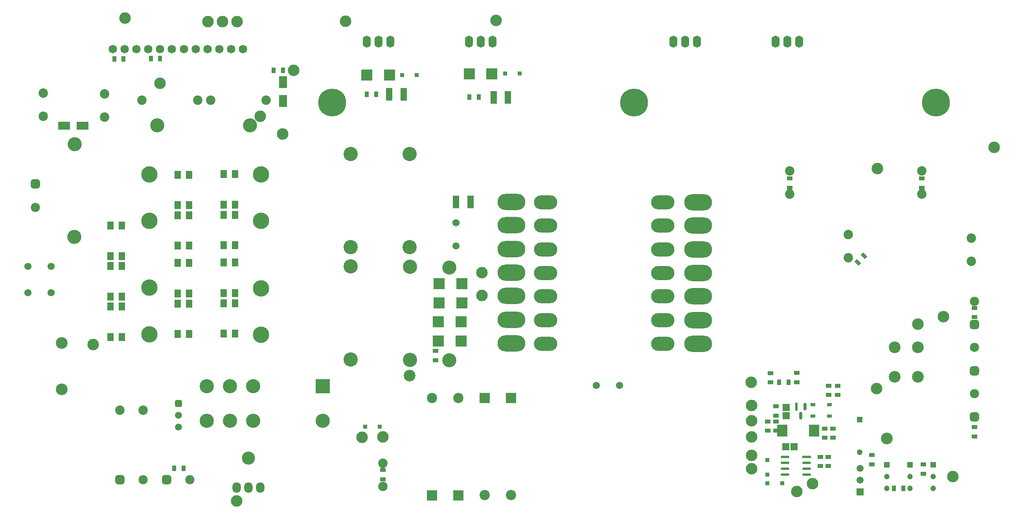
<source format=gbr>
%TF.GenerationSoftware,Altium Limited,Altium Designer,24.3.1 (35)*%
G04 Layer_Color=16711935*
%FSLAX43Y43*%
%MOMM*%
%TF.SameCoordinates,76E1361F-AA3B-45A8-A24B-41510BF92E79*%
%TF.FilePolarity,Negative*%
%TF.FileFunction,Soldermask,Bot*%
%TF.Part,Single*%
G01*
G75*
%TA.AperFunction,ComponentPad*%
%ADD28C,3.048*%
%ADD31R,3.048X3.048*%
%ADD37C,2.200*%
%ADD38R,2.200X2.200*%
%ADD51R,1.200X1.200*%
%ADD52C,1.200*%
%ADD53C,1.250*%
%ADD54R,1.250X1.250*%
%TA.AperFunction,SMDPad,CuDef*%
%ADD61R,1.405X2.806*%
%ADD64R,2.500X1.700*%
%ADD65R,1.700X2.500*%
%ADD67R,0.627X1.659*%
G04:AMPARAMS|DCode=68|XSize=1.659mm|YSize=0.627mm|CornerRadius=0.313mm|HoleSize=0mm|Usage=FLASHONLY|Rotation=270.000|XOffset=0mm|YOffset=0mm|HoleType=Round|Shape=RoundedRectangle|*
%AMROUNDEDRECTD68*
21,1,1.659,0.000,0,0,270.0*
21,1,1.032,0.627,0,0,270.0*
1,1,0.627,0.000,-0.516*
1,1,0.627,0.000,0.516*
1,1,0.627,0.000,0.516*
1,1,0.627,0.000,-0.516*
%
%ADD68ROUNDEDRECTD68*%
%ADD69R,1.556X1.505*%
G04:AMPARAMS|DCode=70|XSize=1.874mm|YSize=0.543mm|CornerRadius=0.272mm|HoleSize=0mm|Usage=FLASHONLY|Rotation=180.000|XOffset=0mm|YOffset=0mm|HoleType=Round|Shape=RoundedRectangle|*
%AMROUNDEDRECTD70*
21,1,1.874,0.000,0,0,180.0*
21,1,1.331,0.543,0,0,180.0*
1,1,0.543,-0.665,0.000*
1,1,0.543,0.665,0.000*
1,1,0.543,0.665,0.000*
1,1,0.543,-0.665,0.000*
%
%ADD70ROUNDEDRECTD70*%
%ADD71R,1.874X0.543*%
%ADD73R,1.505X1.556*%
%ADD102R,1.470X1.820*%
%ADD103R,1.280X0.830*%
%ADD104R,0.830X1.280*%
%ADD105R,2.220X2.520*%
G04:AMPARAMS|DCode=106|XSize=0.83mm|YSize=1.28mm|CornerRadius=0mm|HoleSize=0mm|Usage=FLASHONLY|Rotation=225.000|XOffset=0mm|YOffset=0mm|HoleType=Round|Shape=Rectangle|*
%AMROTATEDRECTD106*
4,1,4,-0.159,0.746,0.746,-0.159,0.159,-0.746,-0.746,0.159,-0.159,0.746,0.0*
%
%ADD106ROTATEDRECTD106*%

%ADD107R,2.420X2.420*%
%ADD108R,0.920X0.970*%
%ADD109R,0.970X0.920*%
%ADD110R,1.020X0.720*%
%TA.AperFunction,ComponentPad*%
%ADD111C,3.068*%
%ADD112C,2.020*%
%ADD113C,2.520*%
%ADD114C,1.544*%
%ADD115C,3.020*%
%ADD116C,2.489*%
%ADD117C,3.520*%
%ADD118O,1.770X2.560*%
%ADD119O,5.020X3.020*%
%ADD120C,6.020*%
%ADD121C,1.970*%
G04:AMPARAMS|DCode=122|XSize=1.97mm|YSize=1.97mm|CornerRadius=0.497mm|HoleSize=0mm|Usage=FLASHONLY|Rotation=0.000|XOffset=0mm|YOffset=0mm|HoleType=Round|Shape=RoundedRectangle|*
%AMROUNDEDRECTD122*
21,1,1.970,0.975,0,0,0.0*
21,1,0.975,1.970,0,0,0.0*
1,1,0.995,0.488,-0.488*
1,1,0.995,-0.488,-0.488*
1,1,0.995,-0.488,0.488*
1,1,0.995,0.488,0.488*
%
%ADD122ROUNDEDRECTD122*%
%ADD123O,6.020X3.520*%
G04:AMPARAMS|DCode=124|XSize=1.97mm|YSize=1.97mm|CornerRadius=0.497mm|HoleSize=0mm|Usage=FLASHONLY|Rotation=90.000|XOffset=0mm|YOffset=0mm|HoleType=Round|Shape=RoundedRectangle|*
%AMROUNDEDRECTD124*
21,1,1.970,0.975,0,0,90.0*
21,1,0.975,1.970,0,0,90.0*
1,1,0.995,0.488,0.488*
1,1,0.995,0.488,-0.488*
1,1,0.995,-0.488,-0.488*
1,1,0.995,-0.488,0.488*
%
%ADD124ROUNDEDRECTD124*%
%ADD125O,1.798X2.306*%
%ADD126C,2.814*%
%ADD127C,1.820*%
%ADD128C,1.520*%
G04:AMPARAMS|DCode=129|XSize=1.52mm|YSize=1.52mm|CornerRadius=0.385mm|HoleSize=0mm|Usage=FLASHONLY|Rotation=90.000|XOffset=0mm|YOffset=0mm|HoleType=Round|Shape=RoundedRectangle|*
%AMROUNDEDRECTD129*
21,1,1.520,0.750,0,0,90.0*
21,1,0.750,1.520,0,0,90.0*
1,1,0.770,0.375,0.375*
1,1,0.770,0.375,-0.375*
1,1,0.770,-0.375,-0.375*
1,1,0.770,-0.375,0.375*
%
%ADD129ROUNDEDRECTD129*%
%ADD130R,1.520X1.520*%
D28*
X67975Y19150D02*
D03*
X52975Y26650D02*
D03*
X47975D02*
D03*
X42975D02*
D03*
Y19150D02*
D03*
X47975D02*
D03*
X52975D02*
D03*
D31*
X67975Y26650D02*
D03*
D37*
X102850Y3155D02*
D03*
X108550Y3180D02*
D03*
X91536Y24070D02*
D03*
X97186D02*
D03*
D38*
X102850Y24095D02*
D03*
X108550Y24120D02*
D03*
X91536Y3130D02*
D03*
X97186D02*
D03*
D51*
X194467Y9740D02*
D03*
X199482D02*
D03*
X189427D02*
D03*
D52*
X194467Y7200D02*
D03*
Y4660D02*
D03*
X199482Y7200D02*
D03*
Y4660D02*
D03*
X189427Y7200D02*
D03*
Y4660D02*
D03*
D53*
X183575Y12375D02*
D03*
D54*
Y19475D02*
D03*
D61*
X96699Y66365D02*
D03*
X85401Y89575D02*
D03*
X82299D02*
D03*
X107876Y88875D02*
D03*
X104774D02*
D03*
X99801Y66365D02*
D03*
D64*
X12241Y82754D02*
D03*
X16241D02*
D03*
D65*
X59391Y92126D02*
D03*
Y88126D02*
D03*
D67*
X170022Y22227D02*
D03*
D68*
X171852D02*
D03*
X170937Y20274D02*
D03*
D69*
X167782Y20300D02*
D03*
Y22101D02*
D03*
D70*
X167521Y11381D02*
D03*
Y10111D02*
D03*
Y8841D02*
D03*
Y7571D02*
D03*
X172154D02*
D03*
Y8841D02*
D03*
Y10111D02*
D03*
D71*
Y11381D02*
D03*
D73*
X169513Y13576D02*
D03*
X167712D02*
D03*
D102*
X39151Y72200D02*
D03*
Y65650D02*
D03*
X36701Y72200D02*
D03*
Y65650D02*
D03*
X24675Y43800D02*
D03*
Y37250D02*
D03*
X22225Y43800D02*
D03*
Y37250D02*
D03*
X46650Y57025D02*
D03*
Y63575D02*
D03*
X49100Y57025D02*
D03*
Y63575D02*
D03*
X46656Y65775D02*
D03*
Y72325D02*
D03*
X49106Y65775D02*
D03*
Y72325D02*
D03*
X49106Y53275D02*
D03*
Y46725D02*
D03*
X46656Y53275D02*
D03*
Y46725D02*
D03*
X46650Y37975D02*
D03*
Y44525D02*
D03*
X49100Y37975D02*
D03*
Y44525D02*
D03*
X39150Y53200D02*
D03*
Y46650D02*
D03*
X36700Y53200D02*
D03*
Y46650D02*
D03*
X39150Y44425D02*
D03*
Y37875D02*
D03*
X36700Y44425D02*
D03*
Y37875D02*
D03*
X39150Y63475D02*
D03*
Y56925D02*
D03*
X36700Y63475D02*
D03*
Y56925D02*
D03*
X24675Y61250D02*
D03*
Y54700D02*
D03*
X22225Y61250D02*
D03*
Y54700D02*
D03*
X22225Y45975D02*
D03*
Y52525D02*
D03*
X24675Y45975D02*
D03*
Y52525D02*
D03*
D103*
X186200Y9800D02*
D03*
Y11800D02*
D03*
X178844Y24749D02*
D03*
Y26749D02*
D03*
X170061Y29474D02*
D03*
Y27474D02*
D03*
X168550Y69425D02*
D03*
Y71425D02*
D03*
X208350Y43525D02*
D03*
Y41525D02*
D03*
X197025Y69425D02*
D03*
Y71425D02*
D03*
X92225Y32250D02*
D03*
Y34250D02*
D03*
X80925Y8600D02*
D03*
Y6600D02*
D03*
X164437Y29450D02*
D03*
Y27450D02*
D03*
X175110Y11408D02*
D03*
Y9408D02*
D03*
X176859Y11408D02*
D03*
Y9408D02*
D03*
X177832Y15527D02*
D03*
Y17527D02*
D03*
X176105Y15526D02*
D03*
Y17526D02*
D03*
X176912Y26749D02*
D03*
Y24749D02*
D03*
X208314Y17825D02*
D03*
Y15825D02*
D03*
X165551Y19051D02*
D03*
Y17051D02*
D03*
X163788Y19051D02*
D03*
Y17051D02*
D03*
X165551Y20276D02*
D03*
Y22276D02*
D03*
X197350Y9750D02*
D03*
Y7750D02*
D03*
D104*
X192992Y4635D02*
D03*
X190992D02*
D03*
X37950Y8900D02*
D03*
X35950D02*
D03*
X30925Y97225D02*
D03*
X32925D02*
D03*
X25075Y97150D02*
D03*
X23075D02*
D03*
X57375Y94700D02*
D03*
X59375D02*
D03*
X77475Y89575D02*
D03*
X79475D02*
D03*
X99575Y88925D02*
D03*
X101575D02*
D03*
X168287Y27500D02*
D03*
X166287D02*
D03*
D105*
X173837Y17051D02*
D03*
X166937D02*
D03*
D106*
X183168Y53343D02*
D03*
X184582Y54757D02*
D03*
D107*
X77469Y93650D02*
D03*
X82350D02*
D03*
X93025Y48725D02*
D03*
X97906D02*
D03*
X92875Y36400D02*
D03*
X97756D02*
D03*
X97900Y44575D02*
D03*
X93019D02*
D03*
X104400Y93925D02*
D03*
X99519D02*
D03*
X92894Y40500D02*
D03*
X97775D02*
D03*
D108*
X80275Y17925D02*
D03*
X77125Y17925D02*
D03*
X163751Y5721D02*
D03*
X166901Y5721D02*
D03*
X88175Y93651D02*
D03*
X85025Y93651D02*
D03*
X110400Y94000D02*
D03*
X107250Y94000D02*
D03*
D109*
X163747Y10715D02*
D03*
X163747Y7565D02*
D03*
D110*
X173562Y22676D02*
D03*
X177062D02*
D03*
Y20226D02*
D03*
X173562D02*
D03*
D111*
X74000Y56617D02*
D03*
Y76683D02*
D03*
X86667Y56617D02*
D03*
Y76683D02*
D03*
X74000Y52466D02*
D03*
Y32400D02*
D03*
X86725Y32296D02*
D03*
Y52362D02*
D03*
D112*
X80925Y5050D02*
D03*
Y10050D02*
D03*
X181125Y59350D02*
D03*
Y54350D02*
D03*
X168550Y73000D02*
D03*
Y68000D02*
D03*
X24275Y21475D02*
D03*
X29275D02*
D03*
X207700Y53550D02*
D03*
Y58550D02*
D03*
X197025Y68000D02*
D03*
Y73000D02*
D03*
X20975Y89650D02*
D03*
Y84650D02*
D03*
X7775Y84775D02*
D03*
Y89775D02*
D03*
X29041Y88250D02*
D03*
X41041D02*
D03*
X43791D02*
D03*
X55791D02*
D03*
D113*
X11725Y25925D02*
D03*
Y35925D02*
D03*
X86700Y28925D02*
D03*
X189439Y15350D02*
D03*
X196150Y28698D02*
D03*
X191150D02*
D03*
Y35048D02*
D03*
X196150D02*
D03*
D114*
X4475Y52474D02*
D03*
X9425D02*
D03*
X4497Y46825D02*
D03*
X9447D02*
D03*
X96700Y56900D02*
D03*
Y61850D02*
D03*
X126900Y26800D02*
D03*
X131850D02*
D03*
D115*
X14500Y78800D02*
D03*
X14450Y58825D02*
D03*
X95257Y52209D02*
D03*
X95207Y32234D02*
D03*
X32350Y82875D02*
D03*
X52325Y82825D02*
D03*
D116*
X49500Y105200D02*
D03*
X187450Y73575D02*
D03*
X76425Y15625D02*
D03*
X212550Y78076D02*
D03*
X201675Y41625D02*
D03*
X49425Y1925D02*
D03*
X72875Y105250D02*
D03*
X32875Y91950D02*
D03*
X54517Y84801D02*
D03*
X18550Y35650D02*
D03*
X61700Y94700D02*
D03*
X59291Y81025D02*
D03*
X43200Y105200D02*
D03*
X173450Y5660D02*
D03*
X80925Y15725D02*
D03*
X25350Y105950D02*
D03*
X46347Y105200D02*
D03*
X102275Y46175D02*
D03*
X102225Y51125D02*
D03*
X160307Y22451D02*
D03*
Y8884D02*
D03*
X187275Y26100D02*
D03*
X105300Y105500D02*
D03*
X170093Y3926D02*
D03*
X160307Y11749D02*
D03*
X196150Y40000D02*
D03*
X160250Y27474D02*
D03*
X160307Y19176D02*
D03*
Y15688D02*
D03*
X203705Y7188D02*
D03*
D117*
X54700Y72300D02*
D03*
Y62300D02*
D03*
X30650Y37850D02*
D03*
Y47850D02*
D03*
Y62300D02*
D03*
Y72300D02*
D03*
X54700Y47725D02*
D03*
Y37725D02*
D03*
D118*
X165460Y100900D02*
D03*
X168000D02*
D03*
X170540D02*
D03*
X143460D02*
D03*
X146000D02*
D03*
X148540D02*
D03*
X99460D02*
D03*
X102000D02*
D03*
X104540D02*
D03*
X77460D02*
D03*
X80000D02*
D03*
X82540D02*
D03*
D119*
X141214Y66238D02*
D03*
Y40838D02*
D03*
Y46004D02*
D03*
Y50998D02*
D03*
Y56078D02*
D03*
Y61244D02*
D03*
X115941Y35758D02*
D03*
Y40838D02*
D03*
Y46004D02*
D03*
Y50998D02*
D03*
Y56078D02*
D03*
Y61244D02*
D03*
Y66238D02*
D03*
X141214Y35758D02*
D03*
D120*
X200000Y87800D02*
D03*
X70000D02*
D03*
X135000D02*
D03*
D121*
X39350Y6500D02*
D03*
X208350Y44950D02*
D03*
X29300Y6500D02*
D03*
X6075Y65200D02*
D03*
X208350Y25000D02*
D03*
Y34975D02*
D03*
D122*
X34350Y6500D02*
D03*
X24300D02*
D03*
D123*
X148834Y40838D02*
D03*
Y46004D02*
D03*
Y50998D02*
D03*
Y56078D02*
D03*
Y61244D02*
D03*
Y66238D02*
D03*
Y35758D02*
D03*
X108575Y40965D02*
D03*
Y46131D02*
D03*
Y51125D02*
D03*
Y56205D02*
D03*
Y61371D02*
D03*
Y66365D02*
D03*
Y35885D02*
D03*
D124*
X208350Y39950D02*
D03*
X6075Y70200D02*
D03*
X208350Y20000D02*
D03*
Y29975D02*
D03*
D125*
X49460Y4775D02*
D03*
X52000D02*
D03*
X54540D02*
D03*
D126*
X52000Y11125D02*
D03*
D127*
X40631Y99275D02*
D03*
X50791D02*
D03*
X30381D02*
D03*
X32921D02*
D03*
X35461D02*
D03*
X38091D02*
D03*
X25301D02*
D03*
X43171D02*
D03*
X45711D02*
D03*
X48251D02*
D03*
X22761D02*
D03*
X27841D02*
D03*
D128*
X36850Y17835D02*
D03*
Y20375D02*
D03*
X183700Y8965D02*
D03*
Y6425D02*
D03*
D129*
X36850Y22915D02*
D03*
D130*
X183700Y3885D02*
D03*
%TF.MD5,420f18d2d4742a46fed9859dda02b856*%
M02*

</source>
